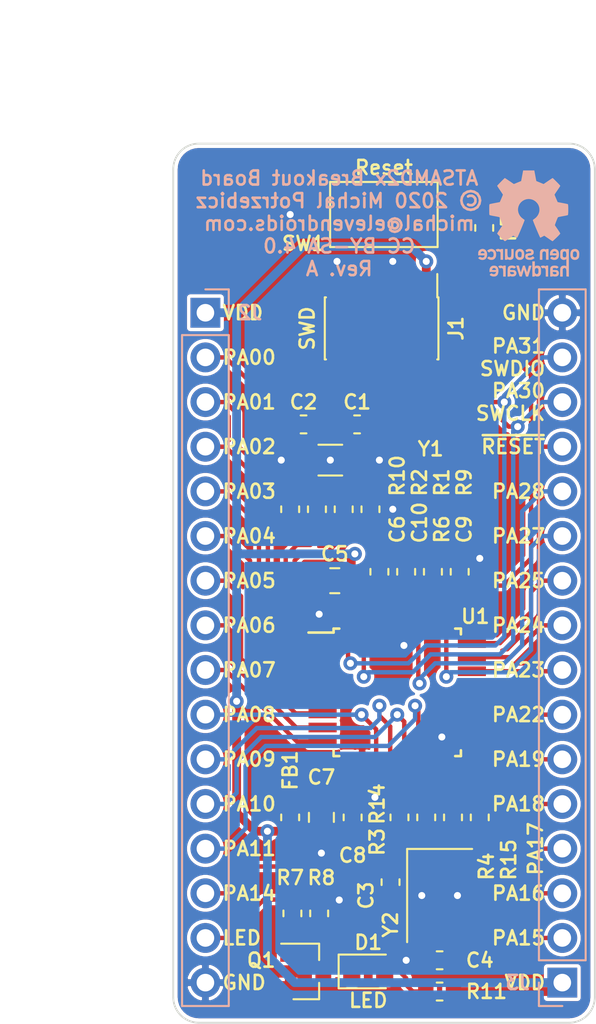
<source format=kicad_pcb>
(kicad_pcb (version 20171130) (host pcbnew 5.1.6)
  (title_block (title "ATSAMD2x Breakout Board") (date 2020-08-16) (rev A) (comment 1 "Universal breakout board for ATSAMD2x MCUs") (comment 3 "Michal Potrzebicz <michal@elevendroids.com>") (comment 4 "License: CC BY-SA 4.0"))
  (layers (0 F.Cu signal) (31 B.Cu signal) (34 B.Paste user) (35 F.Paste user) (36 B.SilkS user) (37 F.SilkS user) (38 B.Mask user) (39 F.Mask user) (44 Edge.Cuts user))
  (net 0 "")
  (net 1 GND)
  (net 2 /XIN32)
  (net 3 /XOUT32)
  (net 4 /XIN)
  (net 5 /XOUT)
  (net 6 VDD)
  (net 7 VDDA)
  (net 8 /~RESET)
  (net 9 "Net-(C10-Pad1)")
  (net 10 "Net-(D1-Pad2)")
  (net 11 "Net-(D1-Pad1)")
  (net 12 "Net-(J1-Pad8)")
  (net 13 "Net-(J1-Pad7)")
  (net 14 "Net-(J1-Pad6)")
  (net 15 /PA30_SWCLK)
  (net 16 /PA31_SWDIO)
  (net 17 /LED)
  (net 18 /PA11)
  (net 19 /PA10)
  (net 20 /PA09)
  (net 21 /PA08)
  (net 22 /PA07)
  (net 23 /PA06)
  (net 24 /PA05)
  (net 25 /PA04)
  (net 26 /PA03)
  (net 27 /PA02)
  (net 28 /PA01)
  (net 29 /PA00)
  (net 30 /PA28)
  (net 31 /PA27)
  (net 32 /PA25)
  (net 33 /PA24)
  (net 34 /PA23)
  (net 35 /PA22)
  (net 36 /PA19)
  (net 37 /PA18)
  (net 38 /PA17)
  (net 39 /PA16)
  (net 40 /PA15)
  (net 41 /PA14)
  (net 42 "Net-(Q1-Pad1)")
  (net 43 /PA00_XIN32)
  (net 44 /PA01_XOUT32)
  (net 45 /PA14_XIN)
  (net 46 /PA15_XOUT)
  (net 47 "Net-(R5-Pad2)")
  (module Symbol:OSHW-Logo_5.7x6mm_SilkScreen (layer B.Cu) (at 145.415 81.28 180)
    (fp_text reference REF** hide)
    (fp_text value OSHW-Logo_5.7x6mm_SilkScreen hide)
  )
  (module Capacitor_SMD:C_0805_2012Metric (layer F.Cu) (at 134.366 101.6 180)
    (fp_text reference C5 (at 0 1.524) (layer F.SilkS) (effects (font (size 0.8 0.8))))
    (fp_text value 10u hide)
    (pad 2 smd roundrect (at 0.9375 0 180) (size 0.975 1.4) (layers F.Cu F.Paste F.Mask) (net 1 GND))
    (pad 1 smd roundrect (at -0.9375 0 180) (size 0.975 1.4) (layers F.Cu F.Paste F.Mask) (net 6 VDD))
  )
  (module Crystal:Crystal_SMD_5032-4Pin_5.0x3.2mm (layer F.Cu) (at 140.335 119.507 270)
    (fp_text reference Y2 (at 1.651 2.794 90) (layer F.SilkS) (effects (font (size 0.8 0.8))))
    (fp_text value 8MHz hide)
    (pad 4 smd rect (at -1.65 -1 270) (size 1.6 1.3) (layers F.Cu F.Paste F.Mask) (net 1 GND))
    (pad 3 smd rect (at 1.65 -1 270) (size 1.6 1.3) (layers F.Cu F.Paste F.Mask) (net 5 /XOUT))
    (pad 2 smd rect (at 1.65 1 270) (size 1.6 1.3) (layers F.Cu F.Paste F.Mask) (net 1 GND))
    (pad 1 smd rect (at -1.65 1 270) (size 1.6 1.3) (layers F.Cu F.Paste F.Mask) (net 4 /XIN))
  )
  (module Crystal:Crystal_SMD_3215-2Pin_3.2x1.5mm (layer F.Cu) (at 134.112 94.742)
    (fp_text reference Y1 (at 5.715 -0.635) (layer F.SilkS) (effects (font (size 0.8 0.8))))
    (fp_text value 32.768kHz hide)
    (pad 2 smd rect (at -1.25 0) (size 1 1.8) (layers F.Cu F.Paste F.Mask) (net 3 /XOUT32))
    (pad 1 smd rect (at 1.25 0) (size 1 1.8) (layers F.Cu F.Paste F.Mask) (net 2 /XIN32))
  )
  (module Package_QFP:TQFP-32_7x7mm_P0.8mm (layer F.Cu) (at 137.922 107.95)
    (fp_text reference U1 (at 4.445 -4.318) (layer F.SilkS) (effects (font (size 0.8 0.8))))
    (fp_text value ATSAMD20E18A-A hide)
    (pad 32 smd rect (at -2.8 -4.25 90) (size 1.6 0.55) (layers F.Cu F.Paste F.Mask) (net 16 /PA31_SWDIO))
    (pad 31 smd rect (at -2 -4.25 90) (size 1.6 0.55) (layers F.Cu F.Paste F.Mask) (net 15 /PA30_SWCLK))
    (pad 30 smd rect (at -1.2 -4.25 90) (size 1.6 0.55) (layers F.Cu F.Paste F.Mask) (net 6 VDD))
    (pad 29 smd rect (at -0.4 -4.25 90) (size 1.6 0.55) (layers F.Cu F.Paste F.Mask) (net 9 "Net-(C10-Pad1)"))
    (pad 28 smd rect (at 0.4 -4.25 90) (size 1.6 0.55) (layers F.Cu F.Paste F.Mask) (net 1 GND))
    (pad 27 smd rect (at 1.2 -4.25 90) (size 1.6 0.55) (layers F.Cu F.Paste F.Mask) (net 30 /PA28))
    (pad 26 smd rect (at 2 -4.25 90) (size 1.6 0.55) (layers F.Cu F.Paste F.Mask) (net 8 /~RESET))
    (pad 25 smd rect (at 2.8 -4.25 90) (size 1.6 0.55) (layers F.Cu F.Paste F.Mask) (net 31 /PA27))
    (pad 24 smd rect (at 4.25 -2.8) (size 1.6 0.55) (layers F.Cu F.Paste F.Mask) (net 32 /PA25))
    (pad 23 smd rect (at 4.25 -2) (size 1.6 0.55) (layers F.Cu F.Paste F.Mask) (net 33 /PA24))
    (pad 22 smd rect (at 4.25 -1.2) (size 1.6 0.55) (layers F.Cu F.Paste F.Mask) (net 34 /PA23))
    (pad 21 smd rect (at 4.25 -0.4) (size 1.6 0.55) (layers F.Cu F.Paste F.Mask) (net 35 /PA22))
    (pad 20 smd rect (at 4.25 0.4) (size 1.6 0.55) (layers F.Cu F.Paste F.Mask) (net 36 /PA19))
    (pad 19 smd rect (at 4.25 1.2) (size 1.6 0.55) (layers F.Cu F.Paste F.Mask) (net 37 /PA18))
    (pad 18 smd rect (at 4.25 2) (size 1.6 0.55) (layers F.Cu F.Paste F.Mask) (net 38 /PA17))
    (pad 17 smd rect (at 4.25 2.8) (size 1.6 0.55) (layers F.Cu F.Paste F.Mask) (net 39 /PA16))
    (pad 16 smd rect (at 2.8 4.25 90) (size 1.6 0.55) (layers F.Cu F.Paste F.Mask) (net 46 /PA15_XOUT))
    (pad 15 smd rect (at 2 4.25 90) (size 1.6 0.55) (layers F.Cu F.Paste F.Mask) (net 45 /PA14_XIN))
    (pad 14 smd rect (at 1.2 4.25 90) (size 1.6 0.55) (layers F.Cu F.Paste F.Mask) (net 18 /PA11))
    (pad 13 smd rect (at 0.4 4.25 90) (size 1.6 0.55) (layers F.Cu F.Paste F.Mask) (net 19 /PA10))
    (pad 12 smd rect (at -0.4 4.25 90) (size 1.6 0.55) (layers F.Cu F.Paste F.Mask) (net 20 /PA09))
    (pad 11 smd rect (at -1.2 4.25 90) (size 1.6 0.55) (layers F.Cu F.Paste F.Mask) (net 21 /PA08))
    (pad 10 smd rect (at -2 4.25 90) (size 1.6 0.55) (layers F.Cu F.Paste F.Mask) (net 1 GND))
    (pad 9 smd rect (at -2.8 4.25 90) (size 1.6 0.55) (layers F.Cu F.Paste F.Mask) (net 7 VDDA))
    (pad 8 smd rect (at -4.25 2.8) (size 1.6 0.55) (layers F.Cu F.Paste F.Mask) (net 22 /PA07))
    (pad 7 smd rect (at -4.25 2) (size 1.6 0.55) (layers F.Cu F.Paste F.Mask) (net 23 /PA06))
    (pad 6 smd rect (at -4.25 1.2) (size 1.6 0.55) (layers F.Cu F.Paste F.Mask) (net 24 /PA05))
    (pad 5 smd rect (at -4.25 0.4) (size 1.6 0.55) (layers F.Cu F.Paste F.Mask) (net 25 /PA04))
    (pad 4 smd rect (at -4.25 -0.4) (size 1.6 0.55) (layers F.Cu F.Paste F.Mask) (net 26 /PA03))
    (pad 3 smd rect (at -4.25 -1.2) (size 1.6 0.55) (layers F.Cu F.Paste F.Mask) (net 27 /PA02))
    (pad 2 smd rect (at -4.25 -2) (size 1.6 0.55) (layers F.Cu F.Paste F.Mask) (net 44 /PA01_XOUT32))
    (pad 1 smd rect (at -4.25 -2.8) (size 1.6 0.55) (layers F.Cu F.Paste F.Mask) (net 43 /PA00_XIN32))
  )
  (module Button_Switch_SMD:SW_SPST_CK_RS282G05A3 (layer F.Cu) (at 137.16 80.772)
    (fp_text reference SW1 (at -4.572 1.651) (layer F.SilkS) (effects (font (size 0.8 0.8))))
    (fp_text value Reset (at 0 -2.667) (layer F.SilkS) (effects (font (size 0.8 0.8))))
    (pad 2 smd rect (at 3.9 0) (size 1.5 1.5) (layers F.Cu F.Paste F.Mask) (net 47 "Net-(R5-Pad2)"))
    (pad 1 smd rect (at -3.9 0) (size 1.5 1.5) (layers F.Cu F.Paste F.Mask) (net 1 GND))
  )
  (module Resistor_SMD:R_0603_1608Metric (layer F.Cu) (at 142.621 115.062 90)
    (fp_text reference R15 (at -2.413 1.651 90) (layer F.SilkS) (effects (font (size 0.8 0.8))))
    (fp_text value 0R hide)
    (pad 2 smd roundrect (at 0.7875 0 90) (size 0.875 0.95) (layers F.Cu F.Paste F.Mask) (net 46 /PA15_XOUT))
    (pad 1 smd roundrect (at -0.7875 0 90) (size 0.875 0.95) (layers F.Cu F.Paste F.Mask) (net 40 /PA15))
  )
  (module Resistor_SMD:R_0603_1608Metric (layer F.Cu) (at 138.049 115.062 90)
    (fp_text reference R14 (at 0.762 -1.27 90) (layer F.SilkS) (effects (font (size 0.8 0.8))))
    (fp_text value 0R hide)
    (pad 2 smd roundrect (at 0.7875 0 90) (size 0.875 0.95) (layers F.Cu F.Paste F.Mask) (net 45 /PA14_XIN))
    (pad 1 smd roundrect (at -0.7875 0 90) (size 0.875 0.95) (layers F.Cu F.Paste F.Mask) (net 41 /PA14))
  )
  (module Resistor_SMD:R_0603_1608Metric (layer F.Cu) (at 140.335 124.968 180)
    (fp_text reference R11 (at -2.667 0 180) (layer F.SilkS) (effects (font (size 0.8 0.8))))
    (fp_text value 330R hide)
    (pad 2 smd roundrect (at 0.7875 0 180) (size 0.875 0.95) (layers F.Cu F.Paste F.Mask) (net 10 "Net-(D1-Pad2)"))
    (pad 1 smd roundrect (at -0.7875 0 180) (size 0.875 0.95) (layers F.Cu F.Paste F.Mask) (net 6 VDD))
  )
  (module Resistor_SMD:R_0603_1608Metric (layer F.Cu) (at 131.826 97.536 90)
    (fp_text reference R10 (at 1.905 6.096 90) (layer F.SilkS) (effects (font (size 0.8 0.8))))
    (fp_text value 0R hide)
    (pad 2 smd roundrect (at 0.7875 0 90) (size 0.875 0.95) (layers F.Cu F.Paste F.Mask) (net 28 /PA01))
    (pad 1 smd roundrect (at -0.7875 0 90) (size 0.875 0.95) (layers F.Cu F.Paste F.Mask) (net 44 /PA01_XOUT32))
  )
  (module Resistor_SMD:R_0603_1608Metric (layer F.Cu) (at 136.398 97.536 90)
    (fp_text reference R9 (at 1.524 5.334 90) (layer F.SilkS) (effects (font (size 0.8 0.8))))
    (fp_text value 0R hide)
    (pad 2 smd roundrect (at 0.7875 0 90) (size 0.875 0.95) (layers F.Cu F.Paste F.Mask) (net 29 /PA00))
    (pad 1 smd roundrect (at -0.7875 0 90) (size 0.875 0.95) (layers F.Cu F.Paste F.Mask) (net 43 /PA00_XIN32))
  )
  (module Resistor_SMD:R_0603_1608Metric (layer F.Cu) (at 133.477 120.523 90)
    (fp_text reference R8 (at 2.032 0.127 180) (layer F.SilkS) (effects (font (size 0.8 0.8))))
    (fp_text value 100k hide)
    (pad 2 smd roundrect (at 0.7875 0 90) (size 0.875 0.95) (layers F.Cu F.Paste F.Mask) (net 1 GND))
    (pad 1 smd roundrect (at -0.7875 0 90) (size 0.875 0.95) (layers F.Cu F.Paste F.Mask) (net 42 "Net-(Q1-Pad1)"))
  )
  (module Resistor_SMD:R_0603_1608Metric (layer F.Cu) (at 131.953 120.523 90)
    (fp_text reference R7 (at 2.032 -0.127 180) (layer F.SilkS) (effects (font (size 0.8 0.8))))
    (fp_text value 47k hide)
    (pad 2 smd roundrect (at 0.7875 0 90) (size 0.875 0.95) (layers F.Cu F.Paste F.Mask) (net 17 /LED))
    (pad 1 smd roundrect (at -0.7875 0 90) (size 0.875 0.95) (layers F.Cu F.Paste F.Mask) (net 42 "Net-(Q1-Pad1)"))
  )
  (module Resistor_SMD:R_0603_1608Metric (layer F.Cu) (at 139.954 101.092 270)
    (fp_text reference R6 (at -2.413 -0.508 90) (layer F.SilkS) (effects (font (size 0.8 0.8))))
    (fp_text value 10k hide)
    (pad 2 smd roundrect (at 0.7875 0 270) (size 0.875 0.95) (layers F.Cu F.Paste F.Mask) (net 8 /~RESET))
    (pad 1 smd roundrect (at -0.7875 0 270) (size 0.875 0.95) (layers F.Cu F.Paste F.Mask) (net 6 VDD))
  )
  (module Resistor_SMD:R_0603_1608Metric (layer F.Cu) (at 142.875 81.534 90)
    (fp_text reference R5 (at 0 1.397 90) (layer F.SilkS) (effects (font (size 0.8 0.8))))
    (fp_text value 330R hide)
    (pad 2 smd roundrect (at 0.7875 0 90) (size 0.875 0.95) (layers F.Cu F.Paste F.Mask) (net 47 "Net-(R5-Pad2)"))
    (pad 1 smd roundrect (at -0.7875 0 90) (size 0.875 0.95) (layers F.Cu F.Paste F.Mask) (net 8 /~RESET))
  )
  (module Resistor_SMD:R_0603_1608Metric (layer F.Cu) (at 141.097 115.062 270)
    (fp_text reference R4 (at 2.794 -1.905 90) (layer F.SilkS) (effects (font (size 0.8 0.8))))
    (fp_text value 0R hide)
    (pad 2 smd roundrect (at 0.7875 0 270) (size 0.875 0.95) (layers F.Cu F.Paste F.Mask) (net 5 /XOUT))
    (pad 1 smd roundrect (at -0.7875 0 270) (size 0.875 0.95) (layers F.Cu F.Paste F.Mask) (net 46 /PA15_XOUT))
  )
  (module Resistor_SMD:R_0603_1608Metric (layer F.Cu) (at 139.573 115.062 270)
    (fp_text reference R3 (at 1.397 2.794 90) (layer F.SilkS) (effects (font (size 0.8 0.8))))
    (fp_text value 0R hide)
    (pad 2 smd roundrect (at 0.7875 0 270) (size 0.875 0.95) (layers F.Cu F.Paste F.Mask) (net 4 /XIN))
    (pad 1 smd roundrect (at -0.7875 0 270) (size 0.875 0.95) (layers F.Cu F.Paste F.Mask) (net 45 /PA14_XIN))
  )
  (module Resistor_SMD:R_0603_1608Metric (layer F.Cu) (at 133.35 97.536 90)
    (fp_text reference R2 (at 1.524 5.842 90) (layer F.SilkS) (effects (font (size 0.8 0.8))))
    (fp_text value 0R hide)
    (pad 2 smd roundrect (at 0.7875 0 90) (size 0.875 0.95) (layers F.Cu F.Paste F.Mask) (net 3 /XOUT32))
    (pad 1 smd roundrect (at -0.7875 0 90) (size 0.875 0.95) (layers F.Cu F.Paste F.Mask) (net 44 /PA01_XOUT32))
  )
  (module Resistor_SMD:R_0603_1608Metric (layer F.Cu) (at 134.874 97.536 90)
    (fp_text reference R1 (at 1.524 5.588 90) (layer F.SilkS) (effects (font (size 0.8 0.8))))
    (fp_text value 0R hide)
    (pad 2 smd roundrect (at 0.7875 0 90) (size 0.875 0.95) (layers F.Cu F.Paste F.Mask) (net 2 /XIN32))
    (pad 1 smd roundrect (at -0.7875 0 90) (size 0.875 0.95) (layers F.Cu F.Paste F.Mask) (net 43 /PA00_XIN32))
  )
  (module Package_TO_SOT_SMD:SOT-23 (layer F.Cu) (at 132.715 123.825)
    (fp_text reference Q1 (at -2.54 -0.635 180) (layer F.SilkS) (effects (font (size 0.8 0.8))))
    (fp_text value BC847 hide)
    (pad 3 smd rect (at 1 0) (size 0.9 0.8) (layers F.Cu F.Paste F.Mask) (net 11 "Net-(D1-Pad1)"))
    (pad 2 smd rect (at -1 0.95) (size 0.9 0.8) (layers F.Cu F.Paste F.Mask) (net 1 GND))
    (pad 1 smd rect (at -1 -0.95) (size 0.9 0.8) (layers F.Cu F.Paste F.Mask) (net 42 "Net-(Q1-Pad1)"))
  )
  (module Connector_PinHeader_2.54mm:PinHeader_1x16_P2.54mm_Vertical (layer B.Cu) (at 147.32 124.46)
    (fp_text reference J3 (at -2.54 0) (layer B.SilkS) (effects (font (size 0.8 0.8)) (justify mirror)))
    (fp_text value Right hide)
    (pad 16 thru_hole oval (at 0 -38.1) (size 1.7 1.7) (drill 1) (layers *.Cu *.Mask) (net 1 GND))
    (pad 15 thru_hole oval (at 0 -35.56) (size 1.7 1.7) (drill 1) (layers *.Cu *.Mask) (net 16 /PA31_SWDIO))
    (pad 14 thru_hole oval (at 0 -33.02) (size 1.7 1.7) (drill 1) (layers *.Cu *.Mask) (net 15 /PA30_SWCLK))
    (pad 13 thru_hole oval (at 0 -30.48) (size 1.7 1.7) (drill 1) (layers *.Cu *.Mask) (net 8 /~RESET))
    (pad 12 thru_hole oval (at 0 -27.94) (size 1.7 1.7) (drill 1) (layers *.Cu *.Mask) (net 30 /PA28))
    (pad 11 thru_hole oval (at 0 -25.4) (size 1.7 1.7) (drill 1) (layers *.Cu *.Mask) (net 31 /PA27))
    (pad 10 thru_hole oval (at 0 -22.86) (size 1.7 1.7) (drill 1) (layers *.Cu *.Mask) (net 32 /PA25))
    (pad 9 thru_hole oval (at 0 -20.32) (size 1.7 1.7) (drill 1) (layers *.Cu *.Mask) (net 33 /PA24))
    (pad 8 thru_hole oval (at 0 -17.78) (size 1.7 1.7) (drill 1) (layers *.Cu *.Mask) (net 34 /PA23))
    (pad 7 thru_hole oval (at 0 -15.24) (size 1.7 1.7) (drill 1) (layers *.Cu *.Mask) (net 35 /PA22))
    (pad 6 thru_hole oval (at 0 -12.7) (size 1.7 1.7) (drill 1) (layers *.Cu *.Mask) (net 36 /PA19))
    (pad 5 thru_hole oval (at 0 -10.16) (size 1.7 1.7) (drill 1) (layers *.Cu *.Mask) (net 37 /PA18))
    (pad 4 thru_hole oval (at 0 -7.62) (size 1.7 1.7) (drill 1) (layers *.Cu *.Mask) (net 38 /PA17))
    (pad 3 thru_hole oval (at 0 -5.08) (size 1.7 1.7) (drill 1) (layers *.Cu *.Mask) (net 39 /PA16))
    (pad 2 thru_hole oval (at 0 -2.54) (size 1.7 1.7) (drill 1) (layers *.Cu *.Mask) (net 40 /PA15))
    (pad 1 thru_hole rect (at 0 0) (size 1.7 1.7) (drill 1) (layers *.Cu *.Mask) (net 6 VDD))
  )
  (module Connector_PinHeader_2.54mm:PinHeader_1x16_P2.54mm_Vertical (layer B.Cu) (at 127 86.36 180)
    (fp_text reference J2 (at -2.54 0) (layer B.SilkS) (effects (font (size 0.8 0.8)) (justify mirror)))
    (fp_text value Left hide)
    (pad 16 thru_hole oval (at 0 -38.1 180) (size 1.7 1.7) (drill 1) (layers *.Cu *.Mask) (net 1 GND))
    (pad 15 thru_hole oval (at 0 -35.56 180) (size 1.7 1.7) (drill 1) (layers *.Cu *.Mask) (net 17 /LED))
    (pad 14 thru_hole oval (at 0 -33.02 180) (size 1.7 1.7) (drill 1) (layers *.Cu *.Mask) (net 41 /PA14))
    (pad 13 thru_hole oval (at 0 -30.48 180) (size 1.7 1.7) (drill 1) (layers *.Cu *.Mask) (net 18 /PA11))
    (pad 12 thru_hole oval (at 0 -27.94 180) (size 1.7 1.7) (drill 1) (layers *.Cu *.Mask) (net 19 /PA10))
    (pad 11 thru_hole oval (at 0 -25.4 180) (size 1.7 1.7) (drill 1) (layers *.Cu *.Mask) (net 20 /PA09))
    (pad 10 thru_hole oval (at 0 -22.86 180) (size 1.7 1.7) (drill 1) (layers *.Cu *.Mask) (net 21 /PA08))
    (pad 9 thru_hole oval (at 0 -20.32 180) (size 1.7 1.7) (drill 1) (layers *.Cu *.Mask) (net 22 /PA07))
    (pad 8 thru_hole oval (at 0 -17.78 180) (size 1.7 1.7) (drill 1) (layers *.Cu *.Mask) (net 23 /PA06))
    (pad 7 thru_hole oval (at 0 -15.24 180) (size 1.7 1.7) (drill 1) (layers *.Cu *.Mask) (net 24 /PA05))
    (pad 6 thru_hole oval (at 0 -12.7 180) (size 1.7 1.7) (drill 1) (layers *.Cu *.Mask) (net 25 /PA04))
    (pad 5 thru_hole oval (at 0 -10.16 180) (size 1.7 1.7) (drill 1) (layers *.Cu *.Mask) (net 26 /PA03))
    (pad 4 thru_hole oval (at 0 -7.62 180) (size 1.7 1.7) (drill 1) (layers *.Cu *.Mask) (net 27 /PA02))
    (pad 3 thru_hole oval (at 0 -5.08 180) (size 1.7 1.7) (drill 1) (layers *.Cu *.Mask) (net 28 /PA01))
    (pad 2 thru_hole oval (at 0 -2.54 180) (size 1.7 1.7) (drill 1) (layers *.Cu *.Mask) (net 29 /PA00))
    (pad 1 thru_hole rect (at 0 0 180) (size 1.7 1.7) (drill 1) (layers *.Cu *.Mask) (net 6 VDD))
  )
  (module Connector_PinHeader_1.27mm:PinHeader_2x05_P1.27mm_Vertical_SMD (layer F.Cu) (at 137.033 87.249 270)
    (fp_text reference J1 (at 0 -4.235 90) (layer F.SilkS) (effects (font (size 0.8 0.8))))
    (fp_text value SWD (at 0 4.235 90) (layer F.SilkS) (effects (font (size 0.8 0.8))))
    (pad 10 smd rect (at 1.95 2.54 270) (size 2.4 0.74) (layers F.Cu F.Paste F.Mask) (net 8 /~RESET))
    (pad 9 smd rect (at -1.95 2.54 270) (size 2.4 0.74) (layers F.Cu F.Paste F.Mask) (net 1 GND))
    (pad 8 smd rect (at 1.95 1.27 270) (size 2.4 0.74) (layers F.Cu F.Paste F.Mask) (net 12 "Net-(J1-Pad8)"))
    (pad 7 smd rect (at -1.95 1.27 270) (size 2.4 0.74) (layers F.Cu F.Paste F.Mask) (net 13 "Net-(J1-Pad7)"))
    (pad 6 smd rect (at 1.95 0 270) (size 2.4 0.74) (layers F.Cu F.Paste F.Mask) (net 14 "Net-(J1-Pad6)"))
    (pad 5 smd rect (at -1.95 0 270) (size 2.4 0.74) (layers F.Cu F.Paste F.Mask) (net 1 GND))
    (pad 4 smd rect (at 1.95 -1.27 270) (size 2.4 0.74) (layers F.Cu F.Paste F.Mask) (net 15 /PA30_SWCLK))
    (pad 3 smd rect (at -1.95 -1.27 270) (size 2.4 0.74) (layers F.Cu F.Paste F.Mask) (net 1 GND))
    (pad 2 smd rect (at 1.95 -2.54 270) (size 2.4 0.74) (layers F.Cu F.Paste F.Mask) (net 16 /PA31_SWDIO))
    (pad 1 smd rect (at -1.95 -2.54 270) (size 2.4 0.74) (layers F.Cu F.Paste F.Mask) (net 6 VDD))
  )
  (module Inductor_SMD:L_0603_1608Metric (layer F.Cu) (at 131.826 115.062 90)
    (fp_text reference FB1 (at 2.667 0 270) (layer F.SilkS) (effects (font (size 0.8 0.8))))
    (fp_text value Ferrite_Bead_Small hide)
    (pad 2 smd roundrect (at 0.7875 0 90) (size 0.875 0.95) (layers F.Cu F.Paste F.Mask) (net 7 VDDA))
    (pad 1 smd roundrect (at -0.7875 0 90) (size 0.875 0.95) (layers F.Cu F.Paste F.Mask) (net 6 VDD))
  )
  (module LED_SMD:LED_0805_2012Metric (layer F.Cu) (at 136.271 123.825)
    (fp_text reference D1 (at 0 -1.651) (layer F.SilkS) (effects (font (size 0.8 0.8))))
    (fp_text value LED (at 0 1.65) (layer F.SilkS) (effects (font (size 0.8 0.8))))
    (pad 2 smd roundrect (at 0.9375 0) (size 0.975 1.4) (layers F.Cu F.Paste F.Mask) (net 10 "Net-(D1-Pad2)"))
    (pad 1 smd roundrect (at -0.9375 0) (size 0.975 1.4) (layers F.Cu F.Paste F.Mask) (net 11 "Net-(D1-Pad1)"))
  )
  (module Capacitor_SMD:C_0603_1608Metric (layer F.Cu) (at 138.43 101.092 90)
    (fp_text reference C10 (at 2.794 0.762 90) (layer F.SilkS) (effects (font (size 0.8 0.8))))
    (fp_text value 1u hide)
    (pad 2 smd roundrect (at 0.7875 0 90) (size 0.875 0.95) (layers F.Cu F.Paste F.Mask) (net 1 GND))
    (pad 1 smd roundrect (at -0.7875 0 90) (size 0.875 0.95) (layers F.Cu F.Paste F.Mask) (net 9 "Net-(C10-Pad1)"))
  )
  (module Capacitor_SMD:C_0603_1608Metric (layer F.Cu) (at 141.478 101.092 90)
    (fp_text reference C9 (at 2.413 0.254 90) (layer F.SilkS) (effects (font (size 0.8 0.8))))
    (fp_text value 100n hide)
    (pad 2 smd roundrect (at 0.7875 0 90) (size 0.875 0.95) (layers F.Cu F.Paste F.Mask) (net 1 GND))
    (pad 1 smd roundrect (at -0.7875 0 90) (size 0.875 0.95) (layers F.Cu F.Paste F.Mask) (net 8 /~RESET))
  )
  (module Capacitor_SMD:C_0603_1608Metric (layer F.Cu) (at 135.382 115.062 270)
    (fp_text reference C8 (at 2.159 0 180) (layer F.SilkS) (effects (font (size 0.8 0.8))))
    (fp_text value 100n hide)
    (pad 2 smd roundrect (at 0.7875 0 270) (size 0.875 0.95) (layers F.Cu F.Paste F.Mask) (net 1 GND))
    (pad 1 smd roundrect (at -0.7875 0 270) (size 0.875 0.95) (layers F.Cu F.Paste F.Mask) (net 7 VDDA))
  )
  (module Capacitor_SMD:C_0805_2012Metric (layer F.Cu) (at 133.604 115.062 270)
    (fp_text reference C7 (at -2.286 0 180) (layer F.SilkS) (effects (font (size 0.8 0.8))))
    (fp_text value 10u hide)
    (pad 2 smd roundrect (at 0.9375 0 270) (size 0.975 1.4) (layers F.Cu F.Paste F.Mask) (net 1 GND))
    (pad 1 smd roundrect (at -0.9375 0 270) (size 0.975 1.4) (layers F.Cu F.Paste F.Mask) (net 7 VDDA))
  )
  (module Capacitor_SMD:C_0603_1608Metric (layer F.Cu) (at 136.906 101.092 90)
    (fp_text reference C6 (at 2.413 1.016 90) (layer F.SilkS) (effects (font (size 0.8 0.8))))
    (fp_text value 100n hide)
    (pad 2 smd roundrect (at 0.7875 0 90) (size 0.875 0.95) (layers F.Cu F.Paste F.Mask) (net 1 GND))
    (pad 1 smd roundrect (at -0.7875 0 90) (size 0.875 0.95) (layers F.Cu F.Paste F.Mask) (net 6 VDD))
  )
  (module Capacitor_SMD:C_0603_1608Metric (layer F.Cu) (at 140.335 123.19)
    (fp_text reference C4 (at 2.286 0) (layer F.SilkS) (effects (font (size 0.8 0.8))))
    (fp_text value 15p hide)
    (pad 2 smd roundrect (at 0.7875 0) (size 0.875 0.95) (layers F.Cu F.Paste F.Mask) (net 5 /XOUT))
    (pad 1 smd roundrect (at -0.7875 0) (size 0.875 0.95) (layers F.Cu F.Paste F.Mask) (net 1 GND))
  )
  (module Capacitor_SMD:C_0603_1608Metric (layer F.Cu) (at 137.541 118.745 270)
    (fp_text reference C3 (at 0.762 1.397 90) (layer F.SilkS) (effects (font (size 0.8 0.8))))
    (fp_text value 15p hide)
    (pad 2 smd roundrect (at 0.7875 0 270) (size 0.875 0.95) (layers F.Cu F.Paste F.Mask) (net 1 GND))
    (pad 1 smd roundrect (at -0.7875 0 270) (size 0.875 0.95) (layers F.Cu F.Paste F.Mask) (net 4 /XIN))
  )
  (module Capacitor_SMD:C_0603_1608Metric (layer F.Cu) (at 132.588 92.71 180)
    (fp_text reference C2 (at 0 1.27) (layer F.SilkS) (effects (font (size 0.8 0.8))))
    (fp_text value 12p hide)
    (pad 2 smd roundrect (at 0.7875 0 180) (size 0.875 0.95) (layers F.Cu F.Paste F.Mask) (net 3 /XOUT32))
    (pad 1 smd roundrect (at -0.7875 0 180) (size 0.875 0.95) (layers F.Cu F.Paste F.Mask) (net 1 GND))
  )
  (module Capacitor_SMD:C_0603_1608Metric (layer F.Cu) (at 135.636 92.71 180)
    (fp_text reference C1 (at 0 1.27) (layer F.SilkS) (effects (font (size 0.8 0.8))))
    (fp_text value 12p hide)
    (pad 2 smd roundrect (at 0.7875 0 180) (size 0.875 0.95) (layers F.Cu F.Paste F.Mask) (net 1 GND))
    (pad 1 smd roundrect (at -0.7875 0 180) (size 0.875 0.95) (layers F.Cu F.Paste F.Mask) (net 2 /XIN32))
  )
  (gr_text "ATSAMD2x Breakout Board\n© 2020 Michal Potrzebicz\nmichal@elevendroids.com\nCC BY-SA 4.0\nRev. A" (at 134.62 81.28) (layer B.SilkS) (effects (font (size 0.8 0.8)) (justify mirror)))
  (gr_arc (start 147.72 78.19) (end 149.17 78.19) (angle -90) (layer Edge.Cuts) (width 0.1))
  (gr_arc (start 126.62 78.19) (end 126.62 76.74) (angle -90) (layer Edge.Cuts) (width 0.1))
  (gr_arc (start 147.72 125.29) (end 147.72 126.74) (angle -90) (layer Edge.Cuts) (width 0.1))
  (gr_arc (start 126.62 125.29) (end 125.17 125.29) (angle -90) (layer Edge.Cuts) (width 0.1))
  (gr_text VDD (at 127.889 86.36) (layer F.SilkS) (effects (font (size 0.8 0.8)) (justify left)))
  (gr_text "PA31\nSWDIO" (at 146.431 88.9) (layer F.SilkS) (effects (font (size 0.8 0.8)) (justify right)))
  (gr_text "PA30\nSWCLK" (at 146.431 91.44) (layer F.SilkS) (effects (font (size 0.8 0.8)) (justify right)))
  (gr_text GND (at 146.431 86.36) (layer F.SilkS) (effects (font (size 0.8 0.8)) (justify right)))
  (gr_text PA28 (at 146.431 96.52) (layer F.SilkS) (effects (font (size 0.8 0.8)) (justify right)))
  (gr_text PA27 (at 146.431 99.06) (layer F.SilkS) (effects (font (size 0.8 0.8)) (justify right)))
  (gr_text PA25 (at 146.431 101.6) (layer F.SilkS) (effects (font (size 0.8 0.8)) (justify right)))
  (gr_text PA24 (at 146.431 104.14) (layer F.SilkS) (effects (font (size 0.8 0.8)) (justify right)))
  (gr_text PA23 (at 146.431 106.68) (layer F.SilkS) (effects (font (size 0.8 0.8)) (justify right)))
  (gr_text PA22 (at 146.431 109.22) (layer F.SilkS) (effects (font (size 0.8 0.8)) (justify right)))
  (gr_text PA19 (at 146.431 111.76) (layer F.SilkS) (effects (font (size 0.8 0.8)) (justify right)))
  (gr_text PA16 (at 146.431 119.38) (layer F.SilkS) (effects (font (size 0.8 0.8)) (justify right)))
  (gr_text PA18 (at 146.431 114.3) (layer F.SilkS) (effects (font (size 0.8 0.8)) (justify right)))
  (gr_text PA17 (at 145.796 116.84 90) (layer F.SilkS) (effects (font (size 0.8 0.8))))
  (gr_text PA15 (at 146.431 121.92) (layer F.SilkS) (effects (font (size 0.8 0.8)) (justify right)))
  (gr_text PA14 (at 127.889 119.38) (layer F.SilkS) (effects (font (size 0.8 0.8)) (justify left)))
  (gr_text VDD (at 146.431 124.46) (layer F.SilkS) (effects (font (size 0.8 0.8)) (justify right)))
  (gr_text PA04 (at 127.889 99.06) (layer F.SilkS) (effects (font (size 0.8 0.8)) (justify left)))
  (gr_text PA05 (at 127.889 101.6) (layer F.SilkS) (effects (font (size 0.8 0.8)) (justify left)))
  (gr_text PA06 (at 127.889 104.14) (layer F.SilkS) (effects (font (size 0.8 0.8)) (justify left)))
  (gr_text PA07 (at 127.889 106.68) (layer F.SilkS) (effects (font (size 0.8 0.8)) (justify left)))
  (gr_text PA08 (at 127.889 109.22) (layer F.SilkS) (effects (font (size 0.8 0.8)) (justify left)))
  (gr_text PA00 (at 127.889 88.9) (layer F.SilkS) (effects (font (size 0.8 0.8)) (justify left)))
  (gr_text PA01 (at 127.889 91.44) (layer F.SilkS) (effects (font (size 0.8 0.8)) (justify left)))
  (gr_text PA02 (at 127.889 93.98) (layer F.SilkS) (effects (font (size 0.8 0.8)) (justify left)))
  (gr_text PA09 (at 127.889 111.76) (layer F.SilkS) (effects (font (size 0.8 0.8)) (justify left)))
  (gr_text PA10 (at 127.889 114.3) (layer F.SilkS) (effects (font (size 0.8 0.8)) (justify left)))
  (gr_text PA11 (at 127.889 116.84) (layer F.SilkS) (effects (font (size 0.8 0.8)) (justify left)))
  (gr_text GND (at 127.889 124.46) (layer F.SilkS) (effects (font (size 0.8 0.8)) (justify left)))
  (gr_text ~RESET (at 146.431 93.98) (layer F.SilkS) (effects (font (size 0.8 0.8)) (justify right)))
  (gr_text LED (at 127.889 121.92) (layer F.SilkS) (effects (font (size 0.8 0.8)) (justify left)))
  (gr_text PA03 (at 127.889 96.52) (layer F.SilkS) (effects (font (size 0.8 0.8)) (justify left)))
  (gr_line (start 125.17 78.19) (end 125.17 125.29) (layer Edge.Cuts) (width 0.1))
  (gr_line (start 147.72 76.74) (end 126.62 76.74) (layer Edge.Cuts) (width 0.1))
  (gr_line (start 149.17 125.29) (end 149.17 78.19) (layer Edge.Cuts) (width 0.1))
  (gr_line (start 126.62 126.74) (end 147.72 126.74) (layer Edge.Cuts) (width 0.1))
  (via (at 133.477 103.505) (size 0.8) (drill 0.4) (layers F.Cu B.Cu) (net 1))
  (via (at 138.303 105.283) (size 0.8) (drill 0.4) (layers F.Cu B.Cu) (net 1))
  (via (at 136.652 113.919) (size 0.8) (drill 0.4) (layers F.Cu B.Cu) (net 1))
  (via (at 140.462 110.49) (size 0.8) (drill 0.4) (layers F.Cu B.Cu) (net 1))
  (via (at 134.112 94.742) (size 0.8) (drill 0.4) (layers F.Cu B.Cu) (net 1))
  (via (at 134.493 83.439) (size 0.8) (drill 0.4) (layers F.Cu B.Cu) (net 1))
  (via (at 137.668 83.439) (size 0.8) (drill 0.4) (layers F.Cu B.Cu) (net 1))
  (via (at 133.604 117.094) (size 0.8) (drill 0.4) (layers F.Cu B.Cu) (net 1))
  (via (at 137.668 97.536) (size 0.8) (drill 0.4) (layers F.Cu B.Cu) (net 1))
  (via (at 142.621 100.33) (size 0.8) (drill 0.4) (layers F.Cu B.Cu) (net 1))
  (via (at 136.906 94.742) (size 0.8) (drill 0.4) (layers F.Cu B.Cu) (net 1))
  (via (at 131.318 94.742) (size 0.8) (drill 0.4) (layers F.Cu B.Cu) (net 1))
  (via (at 131.826 80.772) (size 0.8) (drill 0.4) (layers F.Cu B.Cu) (net 1))
  (via (at 138.43 123.19) (size 0.8) (drill 0.4) (layers F.Cu B.Cu) (net 1))
  (via (at 141.351 119.507) (size 0.8) (drill 0.4) (layers F.Cu B.Cu) (net 1))
  (via (at 139.319 119.507) (size 0.8) (drill 0.4) (layers F.Cu B.Cu) (net 1))
  (via (at 134.62 119.761) (size 0.8) (drill 0.4) (layers F.Cu B.Cu) (net 1))
  (segment (start 134.874 95.23) (end 135.362 94.742) (width 0.25) (layer F.Cu) (net 2))
  (segment (start 134.874 96.7485) (end 134.874 95.23) (width 0.25) (layer F.Cu) (net 2))
  (segment (start 136.4235 93.6805) (end 135.362 94.742) (width 0.25) (layer F.Cu) (net 2))
  (segment (start 136.4235 92.71) (end 136.4235 93.6805) (width 0.25) (layer F.Cu) (net 2))
  (segment (start 133.35 95.23) (end 132.862 94.742) (width 0.25) (layer F.Cu) (net 3))
  (segment (start 133.35 96.7485) (end 133.35 95.23) (width 0.25) (layer F.Cu) (net 3))
  (segment (start 131.8005 93.6805) (end 132.862 94.742) (width 0.25) (layer F.Cu) (net 3))
  (segment (start 131.8005 92.71) (end 131.8005 93.6805) (width 0.25) (layer F.Cu) (net 3))
  (segment (start 139.2345 117.9575) (end 139.335 117.857) (width 0.25) (layer F.Cu) (net 4))
  (segment (start 137.541 117.9575) (end 139.2345 117.9575) (width 0.25) (layer F.Cu) (net 4))
  (segment (start 139.573 117.619) (end 139.335 117.857) (width 0.25) (layer F.Cu) (net 4))
  (segment (start 139.573 115.8495) (end 139.573 117.619) (width 0.25) (layer F.Cu) (net 4))
  (segment (start 140.310001 120.132001) (end 141.335 121.157) (width 0.25) (layer F.Cu) (net 5))
  (segment (start 140.310001 116.636499) (end 140.310001 120.132001) (width 0.25) (layer F.Cu) (net 5))
  (segment (start 141.097 115.8495) (end 140.310001 116.636499) (width 0.25) (layer F.Cu) (net 5))
  (segment (start 141.1225 121.3695) (end 141.335 121.157) (width 0.25) (layer F.Cu) (net 5))
  (segment (start 141.1225 123.19) (end 141.1225 121.3695) (width 0.25) (layer F.Cu) (net 5))
  (via (at 128.778 108.458) (size 0.8) (drill 0.4) (layers F.Cu B.Cu) (net 6))
  (segment (start 128.778 100.203) (end 128.778 108.458) (width 0.5) (layer B.Cu) (net 6))
  (segment (start 128.778 108.458) (end 128.778 114.808) (width 0.5) (layer F.Cu) (net 6))
  (segment (start 128.778 114.808) (end 129.8195 115.8495) (width 0.5) (layer F.Cu) (net 6))
  (segment (start 135.583 101.8795) (end 135.3035 101.6) (width 0.5) (layer F.Cu) (net 6))
  (segment (start 136.906 101.8795) (end 135.583 101.8795) (width 0.5) (layer F.Cu) (net 6))
  (segment (start 136.722 102.0635) (end 136.906 101.8795) (width 0.5) (layer F.Cu) (net 6))
  (segment (start 136.722 103.7) (end 136.722 102.0635) (width 0.5) (layer F.Cu) (net 6))
  (segment (start 136.906 101.8795) (end 136.906 101.346) (width 0.25) (layer F.Cu) (net 6))
  (segment (start 136.906 101.346) (end 137.16 101.092) (width 0.25) (layer F.Cu) (net 6))
  (segment (start 137.16 101.092) (end 139.7 101.092) (width 0.25) (layer F.Cu) (net 6))
  (segment (start 139.954 100.838) (end 139.954 100.3045) (width 0.25) (layer F.Cu) (net 6))
  (segment (start 139.7 101.092) (end 139.954 100.838) (width 0.25) (layer F.Cu) (net 6))
  (via (at 135.509 100.076) (size 0.8) (drill 0.4) (layers F.Cu B.Cu) (net 6))
  (segment (start 135.3035 100.2815) (end 135.509 100.076) (width 0.5) (layer F.Cu) (net 6))
  (segment (start 135.3035 101.6) (end 135.3035 100.2815) (width 0.5) (layer F.Cu) (net 6))
  (segment (start 128.778 100.076) (end 128.778 100.203) (width 0.5) (layer B.Cu) (net 6))
  (segment (start 135.509 100.076) (end 128.778 100.076) (width 0.5) (layer B.Cu) (net 6))
  (segment (start 128.778 88.138) (end 128.778 100.076) (width 0.5) (layer B.Cu) (net 6))
  (segment (start 129.8195 115.8495) (end 130.5305 115.8495) (width 0.5) (layer F.Cu) (net 6))
  (segment (start 146.812 124.968) (end 147.32 124.46) (width 0.5) (layer F.Cu) (net 6))
  (segment (start 141.1225 124.968) (end 146.812 124.968) (width 0.5) (layer F.Cu) (net 6))
  (segment (start 130.5305 115.8495) (end 131.826 115.8495) (width 0.5) (layer F.Cu) (net 6))
  (via (at 130.5305 115.8495) (size 0.8) (drill 0.4) (layers F.Cu B.Cu) (net 6))
  (segment (start 130.5305 115.8495) (end 130.5305 122.9105) (width 0.5) (layer B.Cu) (net 6))
  (segment (start 132.08 124.46) (end 147.32 124.46) (width 0.5) (layer B.Cu) (net 6))
  (segment (start 130.5305 122.9105) (end 132.08 124.46) (width 0.5) (layer B.Cu) (net 6))
  (via (at 139.573 83.439) (size 0.8) (drill 0.4) (layers F.Cu B.Cu) (net 6))
  (segment (start 139.573 85.299) (end 139.573 83.439) (width 0.5) (layer F.Cu) (net 6))
  (segment (start 138.722999 82.588999) (end 132.549001 82.588999) (width 0.5) (layer B.Cu) (net 6))
  (segment (start 139.573 83.439) (end 138.722999 82.588999) (width 0.5) (layer B.Cu) (net 6))
  (segment (start 128.778 86.36) (end 128.778 88.138) (width 0.5) (layer B.Cu) (net 6))
  (segment (start 132.549001 82.588999) (end 128.778 86.36) (width 0.5) (layer B.Cu) (net 6))
  (segment (start 127 86.36) (end 128.778 86.36) (width 0.5) (layer B.Cu) (net 6))
  (segment (start 135.376 114.2685) (end 135.382 114.2745) (width 0.5) (layer F.Cu) (net 7))
  (segment (start 133.754 114.2745) (end 133.604 114.1245) (width 0.5) (layer F.Cu) (net 7))
  (segment (start 133.454 114.2745) (end 133.604 114.1245) (width 0.5) (layer F.Cu) (net 7))
  (segment (start 131.826 114.2745) (end 133.454 114.2745) (width 0.5) (layer F.Cu) (net 7))
  (segment (start 135.382 114.2745) (end 133.754 114.2745) (width 0.5) (layer F.Cu) (net 7))
  (segment (start 135.122 114.0145) (end 135.382 114.2745) (width 0.5) (layer F.Cu) (net 7))
  (segment (start 135.122 112.2) (end 135.122 114.0145) (width 0.5) (layer F.Cu) (net 7))
  (segment (start 139.954 103.668) (end 139.922 103.7) (width 0.25) (layer F.Cu) (net 8))
  (segment (start 139.954 101.8795) (end 139.954 103.668) (width 0.25) (layer F.Cu) (net 8))
  (segment (start 139.954 101.8795) (end 141.478 101.8795) (width 0.25) (layer F.Cu) (net 8))
  (segment (start 134.493 89.199) (end 134.493 87.884) (width 0.25) (layer F.Cu) (net 8))
  (segment (start 134.493 87.884) (end 135.128 87.249) (width 0.25) (layer F.Cu) (net 8))
  (segment (start 135.128 87.249) (end 142.875 87.249) (width 0.25) (layer F.Cu) (net 8))
  (segment (start 142.875 87.249) (end 142.875 82.3215) (width 0.25) (layer F.Cu) (net 8))
  (segment (start 145.542 89.916) (end 142.875 87.249) (width 0.25) (layer F.Cu) (net 8))
  (segment (start 147.32 93.98) (end 145.669 93.98) (width 0.25) (layer F.Cu) (net 8))
  (segment (start 145.542 94.107) (end 145.542 89.916) (width 0.25) (layer F.Cu) (net 8))
  (segment (start 145.669 93.98) (end 145.542 94.107) (width 0.25) (layer F.Cu) (net 8))
  (segment (start 145.542 100.33) (end 145.542 94.107) (width 0.25) (layer F.Cu) (net 8))
  (segment (start 143.9925 101.8795) (end 145.542 100.33) (width 0.25) (layer F.Cu) (net 8))
  (segment (start 141.478 101.8795) (end 143.9925 101.8795) (width 0.25) (layer F.Cu) (net 8))
  (segment (start 137.522 102.7875) (end 137.522 103.7) (width 0.25) (layer F.Cu) (net 9))
  (segment (start 138.43 101.8795) (end 137.522 102.7875) (width 0.25) (layer F.Cu) (net 9))
  (segment (start 137.2085 123.825) (end 138.049 123.825) (width 0.25) (layer F.Cu) (net 10))
  (segment (start 138.049 123.825) (end 138.43 124.206) (width 0.25) (layer F.Cu) (net 10))
  (segment (start 138.43 124.206) (end 138.43 124.587) (width 0.25) (layer F.Cu) (net 10))
  (segment (start 138.43 124.587) (end 138.811 124.968) (width 0.25) (layer F.Cu) (net 10))
  (segment (start 138.811 124.968) (end 139.5475 124.968) (width 0.25) (layer F.Cu) (net 10))
  (segment (start 133.715 123.825) (end 135.3335 123.825) (width 0.25) (layer F.Cu) (net 11))
  (segment (start 136.017 103.795) (end 135.922 103.7) (width 0.25) (layer F.Cu) (net 15))
  (segment (start 136.017 107.061) (end 136.017 103.795) (width 0.25) (layer F.Cu) (net 15))
  (via (at 136.017 107.061) (size 0.8) (drill 0.4) (layers F.Cu B.Cu) (net 15))
  (segment (start 146.177 91.44) (end 147.32 91.44) (width 0.25) (layer B.Cu) (net 15))
  (segment (start 144.526 105.029) (end 144.526 93.091) (width 0.25) (layer B.Cu) (net 15))
  (segment (start 143.764 105.791) (end 144.526 105.029) (width 0.25) (layer B.Cu) (net 15))
  (segment (start 144.526 93.091) (end 144.78 92.837) (width 0.25) (layer B.Cu) (net 15))
  (segment (start 139.82559 105.791) (end 143.764 105.791) (width 0.25) (layer B.Cu) (net 15))
  (segment (start 138.80959 106.807) (end 139.82559 105.791) (width 0.25) (layer B.Cu) (net 15))
  (segment (start 136.271 106.807) (end 138.80959 106.807) (width 0.25) (layer B.Cu) (net 15))
  (segment (start 136.017 107.061) (end 136.271 106.807) (width 0.25) (layer B.Cu) (net 15))
  (segment (start 144.78 92.837) (end 146.177 91.44) (width 0.25) (layer B.Cu) (net 15))
  (via (at 144.78 92.837) (size 0.8) (drill 0.4) (layers F.Cu B.Cu) (net 15))
  (segment (start 144.78 92.837) (end 144.272 92.837) (width 0.25) (layer F.Cu) (net 15))
  (segment (start 144.272 92.837) (end 143.383 91.948) (width 0.25) (layer F.Cu) (net 15))
  (segment (start 143.383 91.948) (end 139.573 91.948) (width 0.25) (layer F.Cu) (net 15))
  (segment (start 138.303 90.678) (end 138.303 89.199) (width 0.25) (layer F.Cu) (net 15))
  (segment (start 139.573 91.948) (end 138.303 90.678) (width 0.25) (layer F.Cu) (net 15))
  (via (at 135.255 106.299) (size 0.8) (drill 0.4) (layers F.Cu B.Cu) (net 16))
  (segment (start 144.018 104.775) (end 143.51 105.283) (width 0.25) (layer B.Cu) (net 16))
  (segment (start 146.177 88.9) (end 144.018 91.059) (width 0.25) (layer B.Cu) (net 16))
  (segment (start 144.018 91.059) (end 144.018 91.44) (width 0.25) (layer B.Cu) (net 16))
  (segment (start 147.32 88.9) (end 146.177 88.9) (width 0.25) (layer B.Cu) (net 16))
  (segment (start 135.122 106.172) (end 135.122 103.7) (width 0.25) (layer F.Cu) (net 16))
  (segment (start 135.255 106.299) (end 135.122 106.172) (width 0.25) (layer F.Cu) (net 16))
  (segment (start 138.557 106.299) (end 135.255 106.299) (width 0.25) (layer B.Cu) (net 16))
  (segment (start 139.573 105.283) (end 138.557 106.299) (width 0.25) (layer B.Cu) (net 16))
  (segment (start 143.51 105.283) (end 139.573 105.283) (width 0.25) (layer B.Cu) (net 16))
  (segment (start 144.018 91.44) (end 144.018 104.775) (width 0.25) (layer B.Cu) (net 16))
  (via (at 144.018 91.44) (size 0.8) (drill 0.4) (layers F.Cu B.Cu) (net 16))
  (segment (start 144.018 91.44) (end 140.335 91.44) (width 0.25) (layer F.Cu) (net 16))
  (segment (start 139.573 90.678) (end 139.573 89.199) (width 0.25) (layer F.Cu) (net 16))
  (segment (start 140.335 91.44) (end 139.573 90.678) (width 0.25) (layer F.Cu) (net 16))
  (segment (start 131.953 119.7355) (end 130.3275 119.7355) (width 0.25) (layer F.Cu) (net 17))
  (segment (start 128.143 121.92) (end 127 121.92) (width 0.25) (layer F.Cu) (net 17))
  (segment (start 130.3275 119.7355) (end 128.143 121.92) (width 0.25) (layer F.Cu) (net 17))
  (via (at 138.938 108.712) (size 0.8) (drill 0.4) (layers F.Cu B.Cu) (net 18))
  (segment (start 139.122 108.896) (end 138.938 108.712) (width 0.25) (layer F.Cu) (net 18))
  (segment (start 139.122 112.2) (end 139.122 108.896) (width 0.25) (layer F.Cu) (net 18))
  (segment (start 138.938 109.474) (end 137.414 110.998) (width 0.25) (layer B.Cu) (net 18))
  (segment (start 138.938 108.712) (end 138.938 109.474) (width 0.25) (layer B.Cu) (net 18))
  (segment (start 128.143 116.84) (end 127 116.84) (width 0.25) (layer B.Cu) (net 18))
  (segment (start 129.286 115.697) (end 128.143 116.84) (width 0.25) (layer B.Cu) (net 18))
  (segment (start 129.286 112.141) (end 129.286 115.697) (width 0.25) (layer B.Cu) (net 18))
  (segment (start 130.429 110.998) (end 129.286 112.141) (width 0.25) (layer B.Cu) (net 18))
  (segment (start 137.414 110.998) (end 130.429 110.998) (width 0.25) (layer B.Cu) (net 18))
  (via (at 137.922 109.22) (size 0.8) (drill 0.4) (layers F.Cu B.Cu) (net 19))
  (segment (start 138.322 109.62) (end 137.922 109.22) (width 0.25) (layer F.Cu) (net 19))
  (segment (start 138.322 112.2) (end 138.322 109.62) (width 0.25) (layer F.Cu) (net 19))
  (segment (start 137.922 109.22) (end 136.652 110.49) (width 0.25) (layer B.Cu) (net 19))
  (segment (start 128.143 114.3) (end 127 114.3) (width 0.25) (layer B.Cu) (net 19))
  (segment (start 128.778 113.665) (end 128.143 114.3) (width 0.25) (layer B.Cu) (net 19))
  (segment (start 128.778 111.887) (end 128.778 113.665) (width 0.25) (layer B.Cu) (net 19))
  (segment (start 130.175 110.49) (end 128.778 111.887) (width 0.25) (layer B.Cu) (net 19))
  (segment (start 136.652 110.49) (end 130.175 110.49) (width 0.25) (layer B.Cu) (net 19))
  (via (at 136.906 108.712) (size 0.8) (drill 0.4) (layers F.Cu B.Cu) (net 20))
  (segment (start 136.906 109.277002) (end 136.906 108.712) (width 0.25) (layer F.Cu) (net 20))
  (segment (start 137.522 109.893002) (end 136.906 109.277002) (width 0.25) (layer F.Cu) (net 20))
  (segment (start 137.522 112.2) (end 137.522 109.893002) (width 0.25) (layer F.Cu) (net 20))
  (segment (start 136.906 109.474) (end 136.906 108.712) (width 0.25) (layer B.Cu) (net 20))
  (segment (start 136.398 109.982) (end 136.906 109.474) (width 0.25) (layer B.Cu) (net 20))
  (segment (start 129.921 109.982) (end 136.398 109.982) (width 0.25) (layer B.Cu) (net 20))
  (segment (start 128.143 111.76) (end 129.921 109.982) (width 0.25) (layer B.Cu) (net 20))
  (segment (start 127 111.76) (end 128.143 111.76) (width 0.25) (layer B.Cu) (net 20))
  (segment (start 135.89 109.22) (end 127 109.22) (width 0.25) (layer B.Cu) (net 21))
  (via (at 135.89 109.22) (size 0.8) (drill 0.4) (layers F.Cu B.Cu) (net 21))
  (segment (start 136.722 110.052) (end 135.89 109.22) (width 0.25) (layer F.Cu) (net 21))
  (segment (start 136.722 112.2) (end 136.722 110.052) (width 0.25) (layer F.Cu) (net 21))
  (segment (start 135.89 109.22) (end 135.382 109.22) (width 0.25) (layer B.Cu) (net 21))
  (segment (start 128.143 106.68) (end 127 106.68) (width 0.25) (layer F.Cu) (net 22))
  (segment (start 132.213 110.75) (end 128.143 106.68) (width 0.25) (layer F.Cu) (net 22))
  (segment (start 133.672 110.75) (end 132.213 110.75) (width 0.25) (layer F.Cu) (net 22))
  (segment (start 128.143 104.14) (end 127 104.14) (width 0.25) (layer F.Cu) (net 23))
  (segment (start 128.524 104.521) (end 128.143 104.14) (width 0.25) (layer F.Cu) (net 23))
  (segment (start 128.524 106.299) (end 128.524 104.521) (width 0.25) (layer F.Cu) (net 23))
  (segment (start 132.16936 109.95) (end 128.524 106.299) (width 0.25) (layer F.Cu) (net 23))
  (segment (start 133.672 109.95) (end 132.16936 109.95) (width 0.25) (layer F.Cu) (net 23))
  (segment (start 129.032 102.489) (end 128.143 101.6) (width 0.25) (layer F.Cu) (net 24))
  (segment (start 129.032 106.045) (end 129.032 102.489) (width 0.25) (layer F.Cu) (net 24))
  (segment (start 132.137 109.15) (end 129.032 106.045) (width 0.25) (layer F.Cu) (net 24))
  (segment (start 128.143 101.6) (end 127 101.6) (width 0.25) (layer F.Cu) (net 24))
  (segment (start 133.672 109.15) (end 132.137 109.15) (width 0.25) (layer F.Cu) (net 24))
  (segment (start 128.143 99.06) (end 127 99.06) (width 0.25) (layer F.Cu) (net 25))
  (segment (start 129.54 100.457) (end 128.143 99.06) (width 0.25) (layer F.Cu) (net 25))
  (segment (start 129.54 105.791) (end 129.54 100.457) (width 0.25) (layer F.Cu) (net 25))
  (segment (start 132.099 108.35) (end 129.54 105.791) (width 0.25) (layer F.Cu) (net 25))
  (segment (start 133.672 108.35) (end 132.099 108.35) (width 0.25) (layer F.Cu) (net 25))
  (segment (start 134.18 107.55) (end 132.061 107.55) (width 0.25) (layer F.Cu) (net 26))
  (segment (start 132.061 107.55) (end 130.048 105.537) (width 0.25) (layer F.Cu) (net 26))
  (segment (start 130.048 105.537) (end 130.048 98.425) (width 0.25) (layer F.Cu) (net 26))
  (segment (start 128.143 96.52) (end 127 96.52) (width 0.25) (layer F.Cu) (net 26))
  (segment (start 130.048 98.425) (end 128.143 96.52) (width 0.25) (layer F.Cu) (net 26))
  (segment (start 128.143 93.98) (end 127 93.98) (width 0.25) (layer F.Cu) (net 27))
  (segment (start 130.556 96.393) (end 128.143 93.98) (width 0.25) (layer F.Cu) (net 27))
  (segment (start 132.207 106.934) (end 130.556 105.283) (width 0.25) (layer F.Cu) (net 27))
  (segment (start 130.556 105.283) (end 130.556 96.393) (width 0.25) (layer F.Cu) (net 27))
  (segment (start 133.604 106.934) (end 132.207 106.934) (width 0.25) (layer F.Cu) (net 27))
  (segment (start 133.28 106.75) (end 133.096 106.934) (width 0.25) (layer F.Cu) (net 27))
  (segment (start 133.672 106.75) (end 133.28 106.75) (width 0.25) (layer F.Cu) (net 27))
  (segment (start 131.826 96.7485) (end 131.6735 96.7485) (width 0.25) (layer F.Cu) (net 28))
  (segment (start 131.6735 96.7485) (end 128.778 93.853) (width 0.25) (layer F.Cu) (net 28))
  (segment (start 128.778 93.853) (end 128.778 92.075) (width 0.25) (layer F.Cu) (net 28))
  (segment (start 128.143 91.44) (end 127 91.44) (width 0.25) (layer F.Cu) (net 28))
  (segment (start 128.778 92.075) (end 128.143 91.44) (width 0.25) (layer F.Cu) (net 28))
  (segment (start 136.398 96.7485) (end 137.3125 96.7485) (width 0.25) (layer F.Cu) (net 29))
  (segment (start 137.3125 96.7485) (end 137.922 96.139) (width 0.25) (layer F.Cu) (net 29))
  (segment (start 137.922 96.139) (end 137.922 91.948) (width 0.25) (layer F.Cu) (net 29))
  (segment (start 137.922 91.948) (end 137.287 91.313) (width 0.25) (layer F.Cu) (net 29))
  (segment (start 128.143 88.9) (end 127 88.9) (width 0.25) (layer F.Cu) (net 29))
  (segment (start 128.143 88.9) (end 130.556 91.313) (width 0.25) (layer F.Cu) (net 29))
  (segment (start 130.556 91.313) (end 137.287 91.313) (width 0.25) (layer F.Cu) (net 29))
  (segment (start 147.32 96.52) (end 146.177 96.52) (width 0.25) (layer B.Cu) (net 30))
  (segment (start 146.177 96.52) (end 145.034 97.663) (width 0.25) (layer B.Cu) (net 30))
  (segment (start 145.034 97.663) (end 145.034 105.283) (width 0.25) (layer B.Cu) (net 30))
  (segment (start 145.034 105.283) (end 144.018 106.299) (width 0.25) (layer B.Cu) (net 30))
  (segment (start 144.018 106.299) (end 140.081 106.299) (width 0.25) (layer B.Cu) (net 30))
  (via (at 139.192 107.442) (size 0.8) (drill 0.4) (layers F.Cu B.Cu) (net 30))
  (segment (start 139.192 107.188) (end 139.192 107.442) (width 0.25) (layer B.Cu) (net 30))
  (segment (start 140.081 106.299) (end 139.192 107.188) (width 0.25) (layer B.Cu) (net 30))
  (segment (start 139.122 107.372) (end 139.192 107.442) (width 0.25) (layer F.Cu) (net 30))
  (segment (start 139.122 103.7) (end 139.122 107.372) (width 0.25) (layer F.Cu) (net 30))
  (segment (start 147.32 99.06) (end 146.177 99.06) (width 0.25) (layer B.Cu) (net 31))
  (segment (start 146.177 99.06) (end 145.542 99.695) (width 0.25) (layer B.Cu) (net 31))
  (segment (start 145.542 99.695) (end 145.542 101.561002) (width 0.25) (layer B.Cu) (net 31))
  (segment (start 145.542 101.561002) (end 145.542 103.886) (width 0.25) (layer B.Cu) (net 31))
  (segment (start 145.542 103.886) (end 145.542 105.537) (width 0.25) (layer B.Cu) (net 31))
  (segment (start 145.542 105.537) (end 144.272 106.807) (width 0.25) (layer B.Cu) (net 31))
  (via (at 140.716 107.061) (size 0.8) (drill 0.4) (layers F.Cu B.Cu) (net 31))
  (segment (start 140.97 106.807) (end 140.716 107.061) (width 0.25) (layer B.Cu) (net 31))
  (segment (start 144.272 106.807) (end 140.97 106.807) (width 0.25) (layer B.Cu) (net 31))
  (segment (start 140.716 103.706) (end 140.722 103.7) (width 0.25) (layer F.Cu) (net 31))
  (segment (start 140.716 107.061) (end 140.716 103.706) (width 0.25) (layer F.Cu) (net 31))
  (segment (start 142.172 105.15) (end 143.77 105.15) (width 0.25) (layer F.Cu) (net 32))
  (segment (start 147.32 101.6) (end 146.177 101.6) (width 0.25) (layer F.Cu) (net 32))
  (segment (start 145.542 103.378) (end 143.77 105.15) (width 0.25) (layer F.Cu) (net 32))
  (segment (start 145.542 102.235) (end 145.542 103.378) (width 0.25) (layer F.Cu) (net 32))
  (segment (start 146.177 101.6) (end 145.542 102.235) (width 0.25) (layer F.Cu) (net 32))
  (segment (start 142.172 105.95) (end 144.367 105.95) (width 0.25) (layer F.Cu) (net 33))
  (segment (start 146.177 104.14) (end 147.32 104.14) (width 0.25) (layer F.Cu) (net 33))
  (segment (start 144.367 105.95) (end 146.177 104.14) (width 0.25) (layer F.Cu) (net 33))
  (segment (start 147.25 106.75) (end 147.32 106.68) (width 0.25) (layer F.Cu) (net 34))
  (segment (start 142.172 106.75) (end 147.25 106.75) (width 0.25) (layer F.Cu) (net 34))
  (segment (start 142.172 107.55) (end 144.507 107.55) (width 0.25) (layer F.Cu) (net 35))
  (segment (start 146.177 109.22) (end 147.32 109.22) (width 0.25) (layer F.Cu) (net 35))
  (segment (start 144.507 107.55) (end 146.177 109.22) (width 0.25) (layer F.Cu) (net 35))
  (segment (start 146.177 111.76) (end 147.32 111.76) (width 0.25) (layer F.Cu) (net 36))
  (segment (start 145.542 111.125) (end 146.177 111.76) (width 0.25) (layer F.Cu) (net 36))
  (segment (start 145.542 109.347) (end 145.542 111.125) (width 0.25) (layer F.Cu) (net 36))
  (segment (start 144.545 108.35) (end 145.542 109.347) (width 0.25) (layer F.Cu) (net 36))
  (segment (start 142.172 108.35) (end 144.545 108.35) (width 0.25) (layer F.Cu) (net 36))
  (segment (start 142.172 109.15) (end 144.329 109.15) (width 0.25) (layer F.Cu) (net 37))
  (segment (start 144.329 109.15) (end 145.034 109.855) (width 0.25) (layer F.Cu) (net 37))
  (segment (start 145.034 109.855) (end 145.034 113.157) (width 0.25) (layer F.Cu) (net 37))
  (segment (start 146.177 114.3) (end 147.32 114.3) (width 0.25) (layer F.Cu) (net 37))
  (segment (start 145.034 113.157) (end 146.177 114.3) (width 0.25) (layer F.Cu) (net 37))
  (segment (start 142.172 109.95) (end 144.113 109.95) (width 0.25) (layer F.Cu) (net 38))
  (segment (start 144.113 109.95) (end 144.526 110.363) (width 0.25) (layer F.Cu) (net 38))
  (segment (start 144.526 110.363) (end 144.526 115.189) (width 0.25) (layer F.Cu) (net 38))
  (segment (start 146.177 116.84) (end 147.32 116.84) (width 0.25) (layer F.Cu) (net 38))
  (segment (start 144.526 115.189) (end 146.177 116.84) (width 0.25) (layer F.Cu) (net 38))
  (segment (start 142.172 110.75) (end 143.643 110.75) (width 0.25) (layer F.Cu) (net 39))
  (segment (start 143.643 110.75) (end 144.018 111.125) (width 0.25) (layer F.Cu) (net 39))
  (segment (start 144.018 111.125) (end 144.018 117.221) (width 0.25) (layer F.Cu) (net 39))
  (segment (start 146.177 119.38) (end 147.32 119.38) (width 0.25) (layer F.Cu) (net 39))
  (segment (start 144.018 117.221) (end 146.177 119.38) (width 0.25) (layer F.Cu) (net 39))
  (segment (start 142.621 115.8495) (end 142.621 118.364) (width 0.25) (layer F.Cu) (net 40))
  (segment (start 146.177 121.92) (end 147.32 121.92) (width 0.25) (layer F.Cu) (net 40))
  (segment (start 142.621 118.364) (end 146.177 121.92) (width 0.25) (layer F.Cu) (net 40))
  (segment (start 138.049 115.8495) (end 137.1345 115.8495) (width 0.25) (layer F.Cu) (net 41))
  (segment (start 137.1345 115.8495) (end 136.652 116.332) (width 0.25) (layer F.Cu) (net 41))
  (segment (start 136.652 116.332) (end 136.652 116.967) (width 0.25) (layer F.Cu) (net 41))
  (segment (start 128.143 119.38) (end 127 119.38) (width 0.25) (layer F.Cu) (net 41))
  (segment (start 136.652 116.967) (end 135.763 117.856) (width 0.25) (layer F.Cu) (net 41))
  (segment (start 129.667 117.856) (end 128.143 119.38) (width 0.25) (layer F.Cu) (net 41))
  (segment (start 135.763 117.856) (end 129.667 117.856) (width 0.25) (layer F.Cu) (net 41))
  (segment (start 133.477 121.3105) (end 131.953 121.3105) (width 0.25) (layer F.Cu) (net 42))
  (segment (start 131.715 121.5485) (end 131.953 121.3105) (width 0.25) (layer F.Cu) (net 42))
  (segment (start 131.715 122.875) (end 131.715 121.5485) (width 0.25) (layer F.Cu) (net 42))
  (segment (start 134.874 98.3235) (end 136.398 98.3235) (width 0.25) (layer F.Cu) (net 43))
  (segment (start 132.455 105.15) (end 133.672 105.15) (width 0.25) (layer F.Cu) (net 43))
  (segment (start 132.08 104.775) (end 132.455 105.15) (width 0.25) (layer F.Cu) (net 43))
  (segment (start 132.08 100.457) (end 132.08 104.775) (width 0.25) (layer F.Cu) (net 43))
  (segment (start 132.461 100.076) (end 132.08 100.457) (width 0.25) (layer F.Cu) (net 43))
  (segment (start 133.858 100.076) (end 132.461 100.076) (width 0.25) (layer F.Cu) (net 43))
  (segment (start 134.874 99.06) (end 133.858 100.076) (width 0.25) (layer F.Cu) (net 43))
  (segment (start 134.874 98.3235) (end 134.874 99.06) (width 0.25) (layer F.Cu) (net 43))
  (segment (start 131.826 98.3235) (end 133.35 98.3235) (width 0.25) (layer F.Cu) (net 44))
  (segment (start 131.572 105.029) (end 132.493 105.95) (width 0.25) (layer F.Cu) (net 44))
  (segment (start 131.572 100.203) (end 131.572 105.029) (width 0.25) (layer F.Cu) (net 44))
  (segment (start 132.207 99.568) (end 131.572 100.203) (width 0.25) (layer F.Cu) (net 44))
  (segment (start 132.493 105.95) (end 133.672 105.95) (width 0.25) (layer F.Cu) (net 44))
  (segment (start 132.969 99.568) (end 132.207 99.568) (width 0.25) (layer F.Cu) (net 44))
  (segment (start 133.35 99.187) (end 132.969 99.568) (width 0.25) (layer F.Cu) (net 44))
  (segment (start 133.35 98.3235) (end 133.35 99.187) (width 0.25) (layer F.Cu) (net 44))
  (segment (start 138.049 114.2745) (end 139.573 114.2745) (width 0.25) (layer F.Cu) (net 45))
  (segment (start 139.922 113.9255) (end 139.573 114.2745) (width 0.25) (layer F.Cu) (net 45))
  (segment (start 139.922 112.2) (end 139.922 113.9255) (width 0.25) (layer F.Cu) (net 45))
  (segment (start 141.097 114.2745) (end 142.621 114.2745) (width 0.25) (layer F.Cu) (net 46))
  (segment (start 140.722 113.8995) (end 141.097 114.2745) (width 0.25) (layer F.Cu) (net 46))
  (segment (start 140.722 112.2) (end 140.722 113.8995) (width 0.25) (layer F.Cu) (net 46))
  (segment (start 142.8495 80.772) (end 142.875 80.7465) (width 0.25) (layer F.Cu) (net 47))
  (segment (start 141.06 80.772) (end 142.8495 80.772) (width 0.25) (layer F.Cu) (net 47))
  (zone (net 1) (net_name GND) (layer F.Cu) (connect_pads (clearance 0.2)) (min_thickness 0.16) (fill yes (arc_segments 32) (thermal_gap 0.2) (thermal_bridge_width 0.381))
    (polygon (pts (xy 149.17 126.74) (xy 125.17 126.74) (xy 125.17 76.74) (xy 149.17 76.74)))
  )
  (zone (net 1) (net_name GND) (layer B.Cu) (connect_pads (clearance 0.2)) (min_thickness 0.16) (fill yes (arc_segments 32) (thermal_gap 0.2) (thermal_bridge_width 0.381))
    (polygon (pts (xy 149.17 126.74) (xy 125.17 126.74) (xy 125.17 76.74) (xy 149.17 76.74)))
  )
)
</source>
